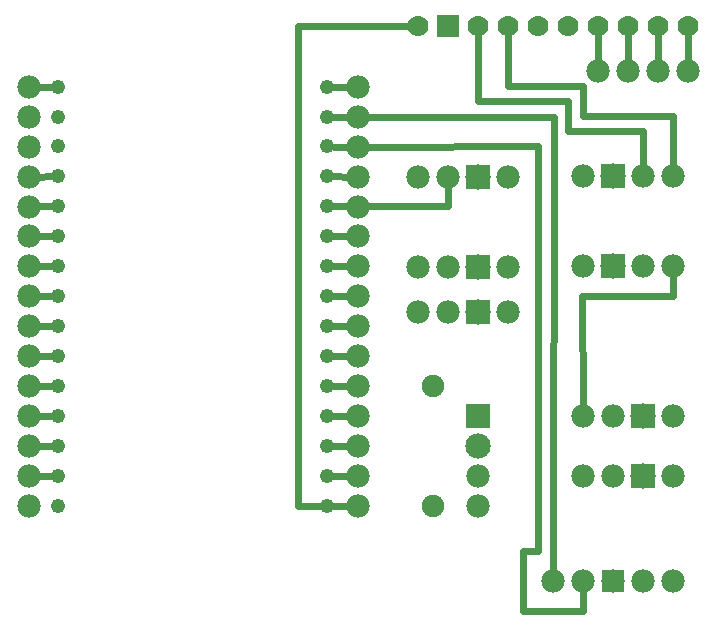
<source format=gtl>
G04 MADE WITH FRITZING*
G04 WWW.FRITZING.ORG*
G04 DOUBLE SIDED*
G04 HOLES PLATED*
G04 CONTOUR ON CENTER OF CONTOUR VECTOR*
%ASAXBY*%
%FSLAX23Y23*%
%MOIN*%
%OFA0B0*%
%SFA1.0B1.0*%
%ADD10C,0.047859*%
%ADD11C,0.070000*%
%ADD12C,0.078000*%
%ADD13C,0.077770*%
%ADD14C,0.075000*%
%ADD15C,0.084141*%
%ADD16R,0.075556X0.075556*%
%ADD17R,0.084375X0.084375*%
%ADD18R,0.083333X0.083333*%
%ADD19R,0.078000X0.078000*%
%ADD20C,0.024000*%
%LNCOPPER1*%
G90*
G70*
G54D10*
X1203Y1697D03*
X306Y1896D03*
X306Y1796D03*
X306Y1697D03*
X306Y1597D03*
X306Y1497D03*
X1203Y1796D03*
X1203Y1896D03*
X1203Y1597D03*
X306Y1397D03*
X306Y1297D03*
X306Y1197D03*
X306Y1097D03*
X306Y998D03*
X306Y898D03*
X306Y798D03*
X306Y698D03*
X306Y598D03*
X306Y498D03*
X1203Y1197D03*
X1203Y1097D03*
X1203Y998D03*
X1203Y898D03*
X1203Y798D03*
X1203Y698D03*
X1203Y598D03*
X1203Y498D03*
X1203Y1497D03*
X1203Y1397D03*
X1203Y1297D03*
G54D11*
X2406Y2097D03*
X2306Y2097D03*
X2206Y2097D03*
X2106Y2097D03*
X2006Y2097D03*
X1906Y2097D03*
X1806Y2097D03*
X1706Y2097D03*
X1606Y2097D03*
X1506Y2097D03*
G54D12*
X2406Y1947D03*
X2306Y1947D03*
X2206Y1947D03*
X2106Y1947D03*
G54D13*
X1307Y1696D03*
X209Y1896D03*
X209Y1796D03*
X209Y1696D03*
X209Y1596D03*
X209Y1496D03*
X1307Y1796D03*
X1307Y1896D03*
X1307Y1596D03*
X209Y1397D03*
X209Y1297D03*
X209Y1197D03*
X209Y1097D03*
X209Y997D03*
X209Y897D03*
X209Y798D03*
X209Y698D03*
X209Y598D03*
X209Y498D03*
X1307Y1197D03*
X1307Y1097D03*
X1307Y997D03*
X1307Y897D03*
X1307Y798D03*
X1307Y698D03*
X1307Y598D03*
X1307Y498D03*
X1307Y1496D03*
X1307Y1397D03*
X1307Y1297D03*
G54D14*
X1556Y897D03*
X1556Y497D03*
G54D12*
X2056Y1297D03*
G54D15*
X2156Y1297D03*
G54D12*
X2256Y1297D03*
X2356Y1297D03*
X2056Y1597D03*
G54D15*
X2156Y1597D03*
G54D12*
X2256Y1597D03*
X2356Y1597D03*
X2356Y797D03*
G54D15*
X2256Y797D03*
G54D12*
X2156Y797D03*
X2056Y797D03*
X1806Y1296D03*
G54D15*
X1706Y1296D03*
G54D12*
X1606Y1296D03*
X1506Y1296D03*
X1807Y1145D03*
G54D15*
X1707Y1145D03*
G54D12*
X1607Y1145D03*
X1507Y1145D03*
X1806Y1596D03*
G54D15*
X1706Y1596D03*
G54D12*
X1606Y1596D03*
X1506Y1596D03*
X2356Y597D03*
G54D15*
X2256Y597D03*
G54D12*
X2156Y597D03*
X2056Y597D03*
X1706Y797D03*
G54D15*
X1706Y697D03*
G54D12*
X1706Y597D03*
X1706Y497D03*
X2356Y247D03*
X2256Y247D03*
X2156Y247D03*
X2056Y247D03*
X1956Y247D03*
G54D16*
X1606Y2097D03*
G54D17*
X2156Y1297D03*
X2156Y1597D03*
X2255Y797D03*
X1706Y1296D03*
X1706Y1144D03*
X1706Y1596D03*
X2255Y597D03*
G54D18*
X1706Y797D03*
G54D19*
X2156Y247D03*
G54D20*
X1277Y1397D02*
X1225Y1397D01*
D02*
X1277Y1497D02*
X1225Y1497D01*
D02*
X1277Y1596D02*
X1225Y1597D01*
D02*
X1277Y1696D02*
X1225Y1696D01*
D02*
X1277Y1796D02*
X1225Y1796D01*
D02*
X1277Y498D02*
X1225Y498D01*
D02*
X1277Y598D02*
X1225Y598D01*
D02*
X239Y1596D02*
X283Y1597D01*
D02*
X239Y1896D02*
X283Y1896D01*
D02*
X1277Y698D02*
X1225Y698D01*
D02*
X1277Y798D02*
X1225Y798D01*
D02*
X1277Y898D02*
X1225Y898D01*
D02*
X1277Y997D02*
X1225Y998D01*
D02*
X1277Y1097D02*
X1225Y1097D01*
D02*
X1277Y1197D02*
X1225Y1197D01*
D02*
X1277Y1297D02*
X1225Y1297D01*
D02*
X239Y598D02*
X283Y598D01*
D02*
X239Y698D02*
X283Y698D01*
D02*
X239Y798D02*
X283Y798D01*
D02*
X239Y898D02*
X283Y898D01*
D02*
X239Y997D02*
X283Y998D01*
D02*
X239Y1097D02*
X283Y1097D01*
D02*
X239Y1197D02*
X283Y1197D01*
D02*
X239Y1297D02*
X283Y1297D01*
D02*
X239Y1397D02*
X283Y1397D01*
D02*
X239Y1497D02*
X283Y1497D01*
D02*
X1277Y1896D02*
X1225Y1896D01*
D02*
X2206Y1977D02*
X2206Y2066D01*
D02*
X2106Y1977D02*
X2106Y2066D01*
D02*
X1806Y1897D02*
X1806Y2066D01*
D02*
X2056Y1897D02*
X1806Y1897D01*
D02*
X2056Y1797D02*
X2056Y1897D01*
D02*
X2356Y1797D02*
X2056Y1797D01*
D02*
X2356Y1627D02*
X2356Y1797D01*
D02*
X1706Y1847D02*
X1706Y2066D01*
D02*
X2006Y1847D02*
X1706Y1847D01*
D02*
X2006Y1747D02*
X2006Y1847D01*
D02*
X2256Y1747D02*
X2006Y1747D01*
D02*
X2256Y1627D02*
X2256Y1747D01*
D02*
X1106Y498D02*
X1277Y498D01*
D02*
X1106Y2097D02*
X1106Y498D01*
D02*
X1475Y2097D02*
X1106Y2097D01*
D02*
X1606Y1497D02*
X1337Y1497D01*
D02*
X1606Y1566D02*
X1606Y1497D01*
D02*
X2406Y1977D02*
X2406Y2066D01*
D02*
X2306Y1977D02*
X2306Y2066D01*
D02*
X1856Y347D02*
X1857Y147D01*
D02*
X1905Y347D02*
X1856Y347D01*
D02*
X1337Y1696D02*
X1905Y1698D01*
D02*
X1905Y1698D02*
X1905Y347D01*
D02*
X1337Y1796D02*
X1959Y1796D01*
D02*
X1959Y1796D02*
X1956Y277D01*
D02*
X1857Y147D02*
X2057Y147D01*
D02*
X2057Y147D02*
X2056Y217D01*
D02*
X2054Y1197D02*
X2356Y1197D01*
D02*
X2356Y1197D02*
X2356Y1267D01*
D02*
X2056Y827D02*
X2054Y1197D01*
G04 End of Copper1*
M02*
</source>
